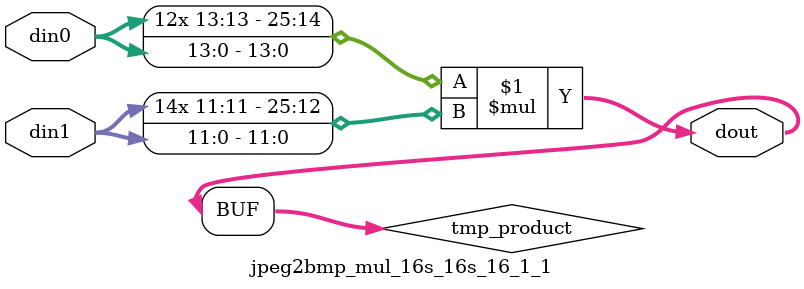
<source format=v>

`timescale 1 ns / 1 ps

  module jpeg2bmp_mul_16s_16s_16_1_1(din0, din1, dout);
parameter ID = 1;
parameter NUM_STAGE = 0;
parameter din0_WIDTH = 14;
parameter din1_WIDTH = 12;
parameter dout_WIDTH = 26;

input [din0_WIDTH - 1 : 0] din0; 
input [din1_WIDTH - 1 : 0] din1; 
output [dout_WIDTH - 1 : 0] dout;

wire signed [dout_WIDTH - 1 : 0] tmp_product;













assign tmp_product = $signed(din0) * $signed(din1);








assign dout = tmp_product;







endmodule

</source>
